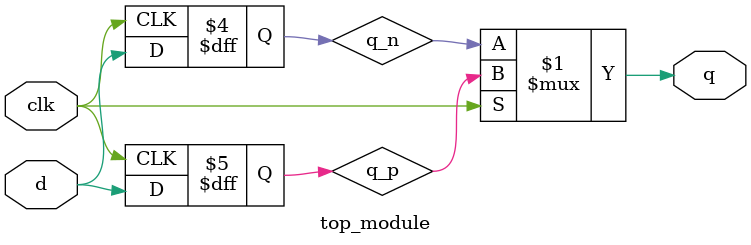
<source format=sv>
module top_module (
    input clk,
    input d,
    output q
);
    reg q_p, q_n; 
    assign q = clk ? q_p : q_n;
    always @(posedge clk) begin
        q_p<=d;
    end
    always @(negedge clk) begin
        q_n<=d;
    end

endmodule
</source>
